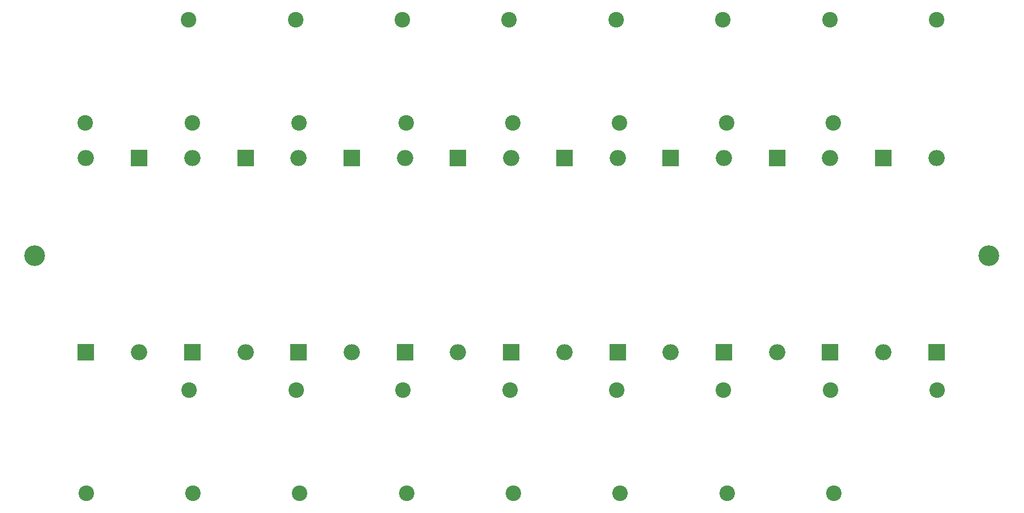
<source format=gbr>
%TF.GenerationSoftware,KiCad,Pcbnew,8.0.3*%
%TF.CreationDate,2025-04-22T09:56:44+02:00*%
%TF.ProjectId,cascade,63617363-6164-4652-9e6b-696361645f70,rev?*%
%TF.SameCoordinates,Original*%
%TF.FileFunction,Soldermask,Top*%
%TF.FilePolarity,Negative*%
%FSLAX46Y46*%
G04 Gerber Fmt 4.6, Leading zero omitted, Abs format (unit mm)*
G04 Created by KiCad (PCBNEW 8.0.3) date 2025-04-22 09:56:44*
%MOMM*%
%LPD*%
G01*
G04 APERTURE LIST*
%ADD10R,2.500000X2.500000*%
%ADD11O,2.500000X2.500000*%
%ADD12C,2.400000*%
%ADD13C,3.200000*%
G04 APERTURE END LIST*
D10*
%TO.C,D16*%
X177222208Y-64899998D03*
D11*
X177222208Y-94899997D03*
%TD*%
D12*
%TO.C,C7*%
X103771426Y-116600000D03*
X119681329Y-100690097D03*
%TD*%
%TO.C,C10*%
X120128568Y-59500000D03*
X136038471Y-43590097D03*
%TD*%
D10*
%TO.C,D12*%
X144466656Y-64899998D03*
D11*
X144466656Y-94899997D03*
%TD*%
D12*
%TO.C,C4*%
X70757142Y-59500000D03*
X86667045Y-43590097D03*
%TD*%
%TO.C,C9*%
X120228568Y-116600000D03*
X136138471Y-100690097D03*
%TD*%
%TO.C,C3*%
X70857142Y-116600000D03*
X86767045Y-100690097D03*
%TD*%
%TO.C,C6*%
X87214284Y-59500000D03*
X103124187Y-43590097D03*
%TD*%
D10*
%TO.C,D1*%
X54388888Y-94899999D03*
D11*
X54388888Y-64900000D03*
%TD*%
D10*
%TO.C,D13*%
X152655544Y-94899999D03*
D11*
X152655544Y-64900000D03*
%TD*%
D10*
%TO.C,D15*%
X169033320Y-94899999D03*
D11*
X169033320Y-64900000D03*
%TD*%
D12*
%TO.C,C5*%
X87314284Y-116600000D03*
X103224187Y-100690097D03*
%TD*%
D13*
%TO.C,REF\u002A\u002A*%
X46500000Y-80000000D03*
%TD*%
D12*
%TO.C,C2*%
X54300000Y-59500000D03*
X70209903Y-43590097D03*
%TD*%
D10*
%TO.C,D4*%
X78955552Y-64899998D03*
D11*
X78955552Y-94899997D03*
%TD*%
D12*
%TO.C,C1*%
X54400000Y-116600000D03*
X70309903Y-100690097D03*
%TD*%
%TO.C,C13*%
X153142852Y-116600000D03*
X169052755Y-100690097D03*
%TD*%
D10*
%TO.C,D5*%
X87144440Y-94899999D03*
D11*
X87144440Y-64900000D03*
%TD*%
D10*
%TO.C,D3*%
X70766664Y-94899999D03*
D11*
X70766664Y-64900000D03*
%TD*%
D12*
%TO.C,C12*%
X136585710Y-59500000D03*
X152495613Y-43590097D03*
%TD*%
%TO.C,C8*%
X103671426Y-59500000D03*
X119581329Y-43590097D03*
%TD*%
D10*
%TO.C,D14*%
X160844432Y-64899998D03*
D11*
X160844432Y-94899997D03*
%TD*%
D12*
%TO.C,C15*%
X169599994Y-116600000D03*
X185509897Y-100690097D03*
%TD*%
D10*
%TO.C,D8*%
X111711104Y-64899998D03*
D11*
X111711104Y-94899997D03*
%TD*%
D10*
%TO.C,D7*%
X103522216Y-94899999D03*
D11*
X103522216Y-64900000D03*
%TD*%
D12*
%TO.C,C11*%
X136685710Y-116600000D03*
X152595613Y-100690097D03*
%TD*%
D13*
%TO.C,REF\u002A\u002A*%
X193500000Y-80000000D03*
%TD*%
D10*
%TO.C,D9*%
X119899992Y-94899999D03*
D11*
X119899992Y-64900000D03*
%TD*%
D10*
%TO.C,D2*%
X62577776Y-64899998D03*
D11*
X62577776Y-94899997D03*
%TD*%
D12*
%TO.C,C14*%
X153042852Y-59500000D03*
X168952755Y-43590097D03*
%TD*%
D10*
%TO.C,D6*%
X95333328Y-64899998D03*
D11*
X95333328Y-94899997D03*
%TD*%
D10*
%TO.C,D11*%
X136277768Y-94899999D03*
D11*
X136277768Y-64900000D03*
%TD*%
D10*
%TO.C,D10*%
X128088880Y-64899998D03*
D11*
X128088880Y-94899997D03*
%TD*%
D12*
%TO.C,C16*%
X169499994Y-59500000D03*
X185409897Y-43590097D03*
%TD*%
D10*
%TO.C,D17*%
X185411096Y-94899999D03*
D11*
X185411096Y-64900000D03*
%TD*%
M02*

</source>
